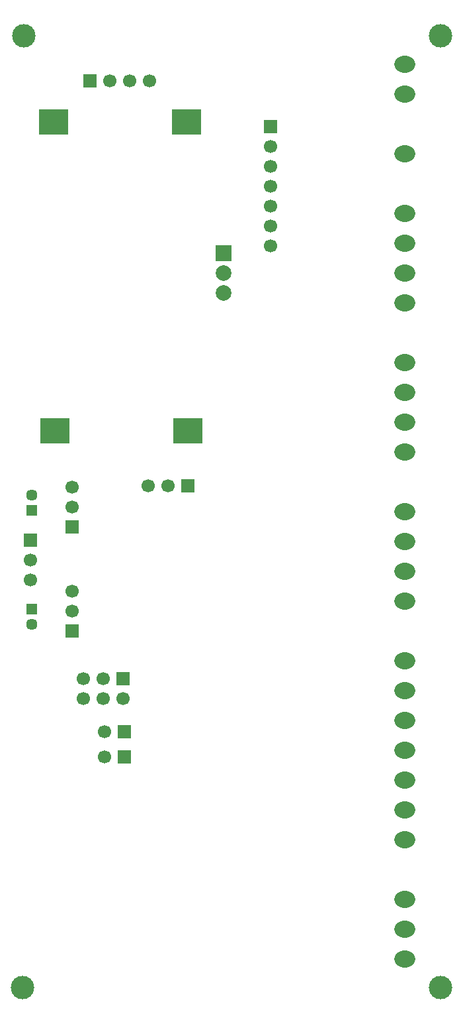
<source format=gbr>
G04 DipTrace 3.3.1.3*
G04 TopMask.gbr*
%MOIN*%
G04 #@! TF.FileFunction,Soldermask,Top*
G04 #@! TF.Part,Single*
%AMOUTLINE4*
4,1,20,
0.0,0.043339,
0.016215,0.041284,
0.030941,0.035282,
0.042783,0.025807,
0.050522,0.013657,
0.053226,0.0,
0.050522,-0.013657,
0.042783,-0.025807,
0.030941,-0.035282,
0.016215,-0.041284,
0.0,-0.043339,
-0.016215,-0.041284,
-0.030941,-0.035282,
-0.042783,-0.025807,
-0.050522,-0.013657,
-0.053226,0.0,
-0.050522,0.013657,
-0.042783,0.025807,
-0.030941,0.035282,
-0.016215,0.041284,
0.0,0.043339,
0*%
%ADD44C,0.11811*%
%ADD51C,0.07874*%
%ADD53R,0.07874X0.07874*%
%ADD57R,0.145669X0.125984*%
%ADD75C,0.066929*%
%ADD77R,0.066929X0.066929*%
%ADD81C,0.057087*%
%ADD83R,0.057087X0.057087*%
%ADD98OUTLINE4*%
%FSLAX26Y26*%
G04*
G70*
G90*
G75*
G01*
G04 TopMask*
%LPD*%
D83*
X543702Y2899950D3*
D81*
Y2978690D3*
D83*
X543701Y2406201D3*
D81*
Y2327461D3*
D44*
X506202Y5287450D3*
X499951Y499950D3*
X2606202Y5287450D3*
Y499951D3*
D77*
X1749951Y4831201D3*
D75*
Y4731201D3*
Y4631201D3*
Y4531201D3*
Y4431201D3*
Y4331201D3*
Y4231201D3*
D77*
X1006202Y2056201D3*
D75*
Y1956201D3*
X906202Y2056201D3*
Y1956201D3*
X806202Y2056201D3*
Y1956201D3*
D77*
X837450Y5062450D3*
D75*
X937450D3*
X1037450D3*
X1137450D3*
D77*
X537451Y2749951D3*
D75*
Y2649951D3*
Y2549951D3*
D77*
X1012451Y1787450D3*
D75*
X912451D3*
D77*
X1012451Y1662450D3*
D75*
X912451D3*
D77*
X1331202Y3024950D3*
D75*
X1231202D3*
X1131202D3*
D77*
X749951Y2293701D3*
D75*
Y2393701D3*
Y2493701D3*
D77*
Y2818701D3*
D75*
Y2918701D3*
Y3018701D3*
D57*
X1331202Y3299951D3*
X1324942Y4856211D3*
X662462Y3299951D3*
X656202Y4856211D3*
D53*
X1512453Y4193699D3*
D51*
Y3993699D3*
Y4093699D3*
D98*
X2424951Y644735D3*
Y794735D3*
Y944735D3*
Y1244735D3*
Y1394735D3*
Y1544735D3*
Y1694735D3*
Y1844735D3*
Y1994735D3*
Y2144735D3*
Y2594735D3*
Y2444735D3*
Y2744735D3*
Y2894735D3*
Y3194735D3*
Y3344735D3*
Y3494735D3*
Y3644735D3*
Y3944735D3*
Y4094735D3*
Y4244735D3*
Y4394735D3*
Y4694735D3*
Y4994735D3*
Y5144735D3*
M02*

</source>
